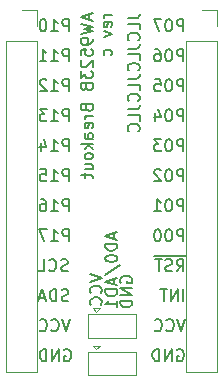
<source format=gbr>
%TF.GenerationSoftware,KiCad,Pcbnew,6.0.4+dfsg-1+b1*%
%TF.CreationDate,2022-04-28T11:11:36+08:00*%
%TF.ProjectId,gpioexp,6770696f-6578-4702-9e6b-696361645f70,c*%
%TF.SameCoordinates,Original*%
%TF.FileFunction,Legend,Bot*%
%TF.FilePolarity,Positive*%
%FSLAX46Y46*%
G04 Gerber Fmt 4.6, Leading zero omitted, Abs format (unit mm)*
G04 Created by KiCad (PCBNEW 6.0.4+dfsg-1+b1) date 2022-04-28 11:11:36*
%MOMM*%
%LPD*%
G01*
G04 APERTURE LIST*
%ADD10C,0.150000*%
%ADD11C,0.120000*%
G04 APERTURE END LIST*
D10*
X148299404Y-81732380D02*
X148299404Y-80732380D01*
X147918452Y-80732380D01*
X147823214Y-80780000D01*
X147775595Y-80827619D01*
X147727976Y-80922857D01*
X147727976Y-81065714D01*
X147775595Y-81160952D01*
X147823214Y-81208571D01*
X147918452Y-81256190D01*
X148299404Y-81256190D01*
X147108928Y-80732380D02*
X147013690Y-80732380D01*
X146918452Y-80780000D01*
X146870833Y-80827619D01*
X146823214Y-80922857D01*
X146775595Y-81113333D01*
X146775595Y-81351428D01*
X146823214Y-81541904D01*
X146870833Y-81637142D01*
X146918452Y-81684761D01*
X147013690Y-81732380D01*
X147108928Y-81732380D01*
X147204166Y-81684761D01*
X147251785Y-81637142D01*
X147299404Y-81541904D01*
X147347023Y-81351428D01*
X147347023Y-81113333D01*
X147299404Y-80922857D01*
X147251785Y-80827619D01*
X147204166Y-80780000D01*
X147108928Y-80732380D01*
X146442261Y-80732380D02*
X145775595Y-80732380D01*
X146204166Y-81732380D01*
X148299404Y-84272380D02*
X148299404Y-83272380D01*
X147918452Y-83272380D01*
X147823214Y-83320000D01*
X147775595Y-83367619D01*
X147727976Y-83462857D01*
X147727976Y-83605714D01*
X147775595Y-83700952D01*
X147823214Y-83748571D01*
X147918452Y-83796190D01*
X148299404Y-83796190D01*
X147108928Y-83272380D02*
X147013690Y-83272380D01*
X146918452Y-83320000D01*
X146870833Y-83367619D01*
X146823214Y-83462857D01*
X146775595Y-83653333D01*
X146775595Y-83891428D01*
X146823214Y-84081904D01*
X146870833Y-84177142D01*
X146918452Y-84224761D01*
X147013690Y-84272380D01*
X147108928Y-84272380D01*
X147204166Y-84224761D01*
X147251785Y-84177142D01*
X147299404Y-84081904D01*
X147347023Y-83891428D01*
X147347023Y-83653333D01*
X147299404Y-83462857D01*
X147251785Y-83367619D01*
X147204166Y-83320000D01*
X147108928Y-83272380D01*
X145918452Y-83272380D02*
X146108928Y-83272380D01*
X146204166Y-83320000D01*
X146251785Y-83367619D01*
X146347023Y-83510476D01*
X146394642Y-83700952D01*
X146394642Y-84081904D01*
X146347023Y-84177142D01*
X146299404Y-84224761D01*
X146204166Y-84272380D01*
X146013690Y-84272380D01*
X145918452Y-84224761D01*
X145870833Y-84177142D01*
X145823214Y-84081904D01*
X145823214Y-83843809D01*
X145870833Y-83748571D01*
X145918452Y-83700952D01*
X146013690Y-83653333D01*
X146204166Y-83653333D01*
X146299404Y-83700952D01*
X146347023Y-83748571D01*
X146394642Y-83843809D01*
X148299404Y-86812380D02*
X148299404Y-85812380D01*
X147918452Y-85812380D01*
X147823214Y-85860000D01*
X147775595Y-85907619D01*
X147727976Y-86002857D01*
X147727976Y-86145714D01*
X147775595Y-86240952D01*
X147823214Y-86288571D01*
X147918452Y-86336190D01*
X148299404Y-86336190D01*
X147108928Y-85812380D02*
X147013690Y-85812380D01*
X146918452Y-85860000D01*
X146870833Y-85907619D01*
X146823214Y-86002857D01*
X146775595Y-86193333D01*
X146775595Y-86431428D01*
X146823214Y-86621904D01*
X146870833Y-86717142D01*
X146918452Y-86764761D01*
X147013690Y-86812380D01*
X147108928Y-86812380D01*
X147204166Y-86764761D01*
X147251785Y-86717142D01*
X147299404Y-86621904D01*
X147347023Y-86431428D01*
X147347023Y-86193333D01*
X147299404Y-86002857D01*
X147251785Y-85907619D01*
X147204166Y-85860000D01*
X147108928Y-85812380D01*
X145870833Y-85812380D02*
X146347023Y-85812380D01*
X146394642Y-86288571D01*
X146347023Y-86240952D01*
X146251785Y-86193333D01*
X146013690Y-86193333D01*
X145918452Y-86240952D01*
X145870833Y-86288571D01*
X145823214Y-86383809D01*
X145823214Y-86621904D01*
X145870833Y-86717142D01*
X145918452Y-86764761D01*
X146013690Y-86812380D01*
X146251785Y-86812380D01*
X146347023Y-86764761D01*
X146394642Y-86717142D01*
X148299404Y-89352380D02*
X148299404Y-88352380D01*
X147918452Y-88352380D01*
X147823214Y-88400000D01*
X147775595Y-88447619D01*
X147727976Y-88542857D01*
X147727976Y-88685714D01*
X147775595Y-88780952D01*
X147823214Y-88828571D01*
X147918452Y-88876190D01*
X148299404Y-88876190D01*
X147108928Y-88352380D02*
X147013690Y-88352380D01*
X146918452Y-88400000D01*
X146870833Y-88447619D01*
X146823214Y-88542857D01*
X146775595Y-88733333D01*
X146775595Y-88971428D01*
X146823214Y-89161904D01*
X146870833Y-89257142D01*
X146918452Y-89304761D01*
X147013690Y-89352380D01*
X147108928Y-89352380D01*
X147204166Y-89304761D01*
X147251785Y-89257142D01*
X147299404Y-89161904D01*
X147347023Y-88971428D01*
X147347023Y-88733333D01*
X147299404Y-88542857D01*
X147251785Y-88447619D01*
X147204166Y-88400000D01*
X147108928Y-88352380D01*
X145918452Y-88685714D02*
X145918452Y-89352380D01*
X146156547Y-88304761D02*
X146394642Y-89019047D01*
X145775595Y-89019047D01*
X148299404Y-91892380D02*
X148299404Y-90892380D01*
X147918452Y-90892380D01*
X147823214Y-90940000D01*
X147775595Y-90987619D01*
X147727976Y-91082857D01*
X147727976Y-91225714D01*
X147775595Y-91320952D01*
X147823214Y-91368571D01*
X147918452Y-91416190D01*
X148299404Y-91416190D01*
X147108928Y-90892380D02*
X147013690Y-90892380D01*
X146918452Y-90940000D01*
X146870833Y-90987619D01*
X146823214Y-91082857D01*
X146775595Y-91273333D01*
X146775595Y-91511428D01*
X146823214Y-91701904D01*
X146870833Y-91797142D01*
X146918452Y-91844761D01*
X147013690Y-91892380D01*
X147108928Y-91892380D01*
X147204166Y-91844761D01*
X147251785Y-91797142D01*
X147299404Y-91701904D01*
X147347023Y-91511428D01*
X147347023Y-91273333D01*
X147299404Y-91082857D01*
X147251785Y-90987619D01*
X147204166Y-90940000D01*
X147108928Y-90892380D01*
X146442261Y-90892380D02*
X145823214Y-90892380D01*
X146156547Y-91273333D01*
X146013690Y-91273333D01*
X145918452Y-91320952D01*
X145870833Y-91368571D01*
X145823214Y-91463809D01*
X145823214Y-91701904D01*
X145870833Y-91797142D01*
X145918452Y-91844761D01*
X146013690Y-91892380D01*
X146299404Y-91892380D01*
X146394642Y-91844761D01*
X146442261Y-91797142D01*
X148299404Y-94432380D02*
X148299404Y-93432380D01*
X147918452Y-93432380D01*
X147823214Y-93480000D01*
X147775595Y-93527619D01*
X147727976Y-93622857D01*
X147727976Y-93765714D01*
X147775595Y-93860952D01*
X147823214Y-93908571D01*
X147918452Y-93956190D01*
X148299404Y-93956190D01*
X147108928Y-93432380D02*
X147013690Y-93432380D01*
X146918452Y-93480000D01*
X146870833Y-93527619D01*
X146823214Y-93622857D01*
X146775595Y-93813333D01*
X146775595Y-94051428D01*
X146823214Y-94241904D01*
X146870833Y-94337142D01*
X146918452Y-94384761D01*
X147013690Y-94432380D01*
X147108928Y-94432380D01*
X147204166Y-94384761D01*
X147251785Y-94337142D01*
X147299404Y-94241904D01*
X147347023Y-94051428D01*
X147347023Y-93813333D01*
X147299404Y-93622857D01*
X147251785Y-93527619D01*
X147204166Y-93480000D01*
X147108928Y-93432380D01*
X146394642Y-93527619D02*
X146347023Y-93480000D01*
X146251785Y-93432380D01*
X146013690Y-93432380D01*
X145918452Y-93480000D01*
X145870833Y-93527619D01*
X145823214Y-93622857D01*
X145823214Y-93718095D01*
X145870833Y-93860952D01*
X146442261Y-94432380D01*
X145823214Y-94432380D01*
X148299404Y-96972380D02*
X148299404Y-95972380D01*
X147918452Y-95972380D01*
X147823214Y-96020000D01*
X147775595Y-96067619D01*
X147727976Y-96162857D01*
X147727976Y-96305714D01*
X147775595Y-96400952D01*
X147823214Y-96448571D01*
X147918452Y-96496190D01*
X148299404Y-96496190D01*
X147108928Y-95972380D02*
X147013690Y-95972380D01*
X146918452Y-96020000D01*
X146870833Y-96067619D01*
X146823214Y-96162857D01*
X146775595Y-96353333D01*
X146775595Y-96591428D01*
X146823214Y-96781904D01*
X146870833Y-96877142D01*
X146918452Y-96924761D01*
X147013690Y-96972380D01*
X147108928Y-96972380D01*
X147204166Y-96924761D01*
X147251785Y-96877142D01*
X147299404Y-96781904D01*
X147347023Y-96591428D01*
X147347023Y-96353333D01*
X147299404Y-96162857D01*
X147251785Y-96067619D01*
X147204166Y-96020000D01*
X147108928Y-95972380D01*
X145823214Y-96972380D02*
X146394642Y-96972380D01*
X146108928Y-96972380D02*
X146108928Y-95972380D01*
X146204166Y-96115238D01*
X146299404Y-96210476D01*
X146394642Y-96258095D01*
X148299404Y-99512380D02*
X148299404Y-98512380D01*
X147918452Y-98512380D01*
X147823214Y-98560000D01*
X147775595Y-98607619D01*
X147727976Y-98702857D01*
X147727976Y-98845714D01*
X147775595Y-98940952D01*
X147823214Y-98988571D01*
X147918452Y-99036190D01*
X148299404Y-99036190D01*
X147108928Y-98512380D02*
X147013690Y-98512380D01*
X146918452Y-98560000D01*
X146870833Y-98607619D01*
X146823214Y-98702857D01*
X146775595Y-98893333D01*
X146775595Y-99131428D01*
X146823214Y-99321904D01*
X146870833Y-99417142D01*
X146918452Y-99464761D01*
X147013690Y-99512380D01*
X147108928Y-99512380D01*
X147204166Y-99464761D01*
X147251785Y-99417142D01*
X147299404Y-99321904D01*
X147347023Y-99131428D01*
X147347023Y-98893333D01*
X147299404Y-98702857D01*
X147251785Y-98607619D01*
X147204166Y-98560000D01*
X147108928Y-98512380D01*
X146156547Y-98512380D02*
X146061309Y-98512380D01*
X145966071Y-98560000D01*
X145918452Y-98607619D01*
X145870833Y-98702857D01*
X145823214Y-98893333D01*
X145823214Y-99131428D01*
X145870833Y-99321904D01*
X145918452Y-99417142D01*
X145966071Y-99464761D01*
X146061309Y-99512380D01*
X146156547Y-99512380D01*
X146251785Y-99464761D01*
X146299404Y-99417142D01*
X146347023Y-99321904D01*
X146394642Y-99131428D01*
X146394642Y-98893333D01*
X146347023Y-98702857D01*
X146299404Y-98607619D01*
X146251785Y-98560000D01*
X146156547Y-98512380D01*
X148537499Y-100770000D02*
X147537499Y-100770000D01*
X147727975Y-102052380D02*
X148061309Y-101576190D01*
X148299404Y-102052380D02*
X148299404Y-101052380D01*
X147918452Y-101052380D01*
X147823214Y-101100000D01*
X147775594Y-101147619D01*
X147727975Y-101242857D01*
X147727975Y-101385714D01*
X147775594Y-101480952D01*
X147823214Y-101528571D01*
X147918452Y-101576190D01*
X148299404Y-101576190D01*
X147537499Y-100770000D02*
X146585118Y-100770000D01*
X147347023Y-102004761D02*
X147204166Y-102052380D01*
X146966071Y-102052380D01*
X146870833Y-102004761D01*
X146823214Y-101957142D01*
X146775594Y-101861904D01*
X146775594Y-101766666D01*
X146823214Y-101671428D01*
X146870833Y-101623809D01*
X146966071Y-101576190D01*
X147156547Y-101528571D01*
X147251785Y-101480952D01*
X147299404Y-101433333D01*
X147347023Y-101338095D01*
X147347023Y-101242857D01*
X147299404Y-101147619D01*
X147251785Y-101100000D01*
X147156547Y-101052380D01*
X146918452Y-101052380D01*
X146775594Y-101100000D01*
X146585118Y-100770000D02*
X145823214Y-100770000D01*
X146489880Y-101052380D02*
X145918452Y-101052380D01*
X146204166Y-102052380D02*
X146204166Y-101052380D01*
X148299405Y-104592380D02*
X148299405Y-103592380D01*
X147823214Y-104592380D02*
X147823214Y-103592380D01*
X147251786Y-104592380D01*
X147251786Y-103592380D01*
X146918452Y-103592380D02*
X146347024Y-103592380D01*
X146632738Y-104592380D02*
X146632738Y-103592380D01*
X148442261Y-106132380D02*
X148108928Y-107132380D01*
X147775595Y-106132380D01*
X146870833Y-107037142D02*
X146918452Y-107084761D01*
X147061309Y-107132380D01*
X147156547Y-107132380D01*
X147299404Y-107084761D01*
X147394642Y-106989523D01*
X147442261Y-106894285D01*
X147489880Y-106703809D01*
X147489880Y-106560952D01*
X147442261Y-106370476D01*
X147394642Y-106275238D01*
X147299404Y-106180000D01*
X147156547Y-106132380D01*
X147061309Y-106132380D01*
X146918452Y-106180000D01*
X146870833Y-106227619D01*
X145870833Y-107037142D02*
X145918452Y-107084761D01*
X146061309Y-107132380D01*
X146156547Y-107132380D01*
X146299404Y-107084761D01*
X146394642Y-106989523D01*
X146442261Y-106894285D01*
X146489880Y-106703809D01*
X146489880Y-106560952D01*
X146442261Y-106370476D01*
X146394642Y-106275238D01*
X146299404Y-106180000D01*
X146156547Y-106132380D01*
X146061309Y-106132380D01*
X145918452Y-106180000D01*
X145870833Y-106227619D01*
X147775595Y-108720000D02*
X147870833Y-108672380D01*
X148013690Y-108672380D01*
X148156547Y-108720000D01*
X148251785Y-108815238D01*
X148299404Y-108910476D01*
X148347023Y-109100952D01*
X148347023Y-109243809D01*
X148299404Y-109434285D01*
X148251785Y-109529523D01*
X148156547Y-109624761D01*
X148013690Y-109672380D01*
X147918452Y-109672380D01*
X147775595Y-109624761D01*
X147727976Y-109577142D01*
X147727976Y-109243809D01*
X147918452Y-109243809D01*
X147299404Y-109672380D02*
X147299404Y-108672380D01*
X146727976Y-109672380D01*
X146727976Y-108672380D01*
X146251785Y-109672380D02*
X146251785Y-108672380D01*
X146013690Y-108672380D01*
X145870833Y-108720000D01*
X145775595Y-108815238D01*
X145727976Y-108910476D01*
X145680357Y-109100952D01*
X145680357Y-109243809D01*
X145727976Y-109434285D01*
X145775595Y-109529523D01*
X145870833Y-109624761D01*
X146013690Y-109672380D01*
X146251785Y-109672380D01*
X138228214Y-108720000D02*
X138323452Y-108672380D01*
X138466309Y-108672380D01*
X138609166Y-108720000D01*
X138704404Y-108815238D01*
X138752023Y-108910476D01*
X138799642Y-109100952D01*
X138799642Y-109243809D01*
X138752023Y-109434285D01*
X138704404Y-109529523D01*
X138609166Y-109624761D01*
X138466309Y-109672380D01*
X138371071Y-109672380D01*
X138228214Y-109624761D01*
X138180595Y-109577142D01*
X138180595Y-109243809D01*
X138371071Y-109243809D01*
X137752023Y-109672380D02*
X137752023Y-108672380D01*
X137180595Y-109672380D01*
X137180595Y-108672380D01*
X136704404Y-109672380D02*
X136704404Y-108672380D01*
X136466309Y-108672380D01*
X136323452Y-108720000D01*
X136228214Y-108815238D01*
X136180595Y-108910476D01*
X136132976Y-109100952D01*
X136132976Y-109243809D01*
X136180595Y-109434285D01*
X136228214Y-109529523D01*
X136323452Y-109624761D01*
X136466309Y-109672380D01*
X136704404Y-109672380D01*
X138704404Y-106132380D02*
X138371071Y-107132380D01*
X138037738Y-106132380D01*
X137132976Y-107037142D02*
X137180595Y-107084761D01*
X137323452Y-107132380D01*
X137418690Y-107132380D01*
X137561547Y-107084761D01*
X137656785Y-106989523D01*
X137704404Y-106894285D01*
X137752023Y-106703809D01*
X137752023Y-106560952D01*
X137704404Y-106370476D01*
X137656785Y-106275238D01*
X137561547Y-106180000D01*
X137418690Y-106132380D01*
X137323452Y-106132380D01*
X137180595Y-106180000D01*
X137132976Y-106227619D01*
X136132976Y-107037142D02*
X136180595Y-107084761D01*
X136323452Y-107132380D01*
X136418690Y-107132380D01*
X136561547Y-107084761D01*
X136656785Y-106989523D01*
X136704404Y-106894285D01*
X136752023Y-106703809D01*
X136752023Y-106560952D01*
X136704404Y-106370476D01*
X136656785Y-106275238D01*
X136561547Y-106180000D01*
X136418690Y-106132380D01*
X136323452Y-106132380D01*
X136180595Y-106180000D01*
X136132976Y-106227619D01*
X138561547Y-104544761D02*
X138418690Y-104592380D01*
X138180595Y-104592380D01*
X138085357Y-104544761D01*
X138037738Y-104497142D01*
X137990119Y-104401904D01*
X137990119Y-104306666D01*
X138037738Y-104211428D01*
X138085357Y-104163809D01*
X138180595Y-104116190D01*
X138371071Y-104068571D01*
X138466309Y-104020952D01*
X138513928Y-103973333D01*
X138561547Y-103878095D01*
X138561547Y-103782857D01*
X138513928Y-103687619D01*
X138466309Y-103640000D01*
X138371071Y-103592380D01*
X138132976Y-103592380D01*
X137990119Y-103640000D01*
X137561547Y-104592380D02*
X137561547Y-103592380D01*
X137323452Y-103592380D01*
X137180595Y-103640000D01*
X137085357Y-103735238D01*
X137037738Y-103830476D01*
X136990119Y-104020952D01*
X136990119Y-104163809D01*
X137037738Y-104354285D01*
X137085357Y-104449523D01*
X137180595Y-104544761D01*
X137323452Y-104592380D01*
X137561547Y-104592380D01*
X136609166Y-104306666D02*
X136132976Y-104306666D01*
X136704404Y-104592380D02*
X136371071Y-103592380D01*
X136037738Y-104592380D01*
X138513928Y-102004761D02*
X138371071Y-102052380D01*
X138132976Y-102052380D01*
X138037738Y-102004761D01*
X137990119Y-101957142D01*
X137942500Y-101861904D01*
X137942500Y-101766666D01*
X137990119Y-101671428D01*
X138037738Y-101623809D01*
X138132976Y-101576190D01*
X138323452Y-101528571D01*
X138418690Y-101480952D01*
X138466309Y-101433333D01*
X138513928Y-101338095D01*
X138513928Y-101242857D01*
X138466309Y-101147619D01*
X138418690Y-101100000D01*
X138323452Y-101052380D01*
X138085357Y-101052380D01*
X137942500Y-101100000D01*
X136942500Y-101957142D02*
X136990119Y-102004761D01*
X137132976Y-102052380D01*
X137228214Y-102052380D01*
X137371071Y-102004761D01*
X137466309Y-101909523D01*
X137513928Y-101814285D01*
X137561547Y-101623809D01*
X137561547Y-101480952D01*
X137513928Y-101290476D01*
X137466309Y-101195238D01*
X137371071Y-101100000D01*
X137228214Y-101052380D01*
X137132976Y-101052380D01*
X136990119Y-101100000D01*
X136942500Y-101147619D01*
X136037738Y-102052380D02*
X136513928Y-102052380D01*
X136513928Y-101052380D01*
X138609166Y-99512380D02*
X138609166Y-98512380D01*
X138228214Y-98512380D01*
X138132976Y-98560000D01*
X138085357Y-98607619D01*
X138037738Y-98702857D01*
X138037738Y-98845714D01*
X138085357Y-98940952D01*
X138132976Y-98988571D01*
X138228214Y-99036190D01*
X138609166Y-99036190D01*
X137085357Y-99512380D02*
X137656785Y-99512380D01*
X137371071Y-99512380D02*
X137371071Y-98512380D01*
X137466309Y-98655238D01*
X137561547Y-98750476D01*
X137656785Y-98798095D01*
X136752023Y-98512380D02*
X136085357Y-98512380D01*
X136513928Y-99512380D01*
X138609166Y-96972380D02*
X138609166Y-95972380D01*
X138228214Y-95972380D01*
X138132976Y-96020000D01*
X138085357Y-96067619D01*
X138037738Y-96162857D01*
X138037738Y-96305714D01*
X138085357Y-96400952D01*
X138132976Y-96448571D01*
X138228214Y-96496190D01*
X138609166Y-96496190D01*
X137085357Y-96972380D02*
X137656785Y-96972380D01*
X137371071Y-96972380D02*
X137371071Y-95972380D01*
X137466309Y-96115238D01*
X137561547Y-96210476D01*
X137656785Y-96258095D01*
X136228214Y-95972380D02*
X136418690Y-95972380D01*
X136513928Y-96020000D01*
X136561547Y-96067619D01*
X136656785Y-96210476D01*
X136704404Y-96400952D01*
X136704404Y-96781904D01*
X136656785Y-96877142D01*
X136609166Y-96924761D01*
X136513928Y-96972380D01*
X136323452Y-96972380D01*
X136228214Y-96924761D01*
X136180595Y-96877142D01*
X136132976Y-96781904D01*
X136132976Y-96543809D01*
X136180595Y-96448571D01*
X136228214Y-96400952D01*
X136323452Y-96353333D01*
X136513928Y-96353333D01*
X136609166Y-96400952D01*
X136656785Y-96448571D01*
X136704404Y-96543809D01*
X138609166Y-94432380D02*
X138609166Y-93432380D01*
X138228214Y-93432380D01*
X138132976Y-93480000D01*
X138085357Y-93527619D01*
X138037738Y-93622857D01*
X138037738Y-93765714D01*
X138085357Y-93860952D01*
X138132976Y-93908571D01*
X138228214Y-93956190D01*
X138609166Y-93956190D01*
X137085357Y-94432380D02*
X137656785Y-94432380D01*
X137371071Y-94432380D02*
X137371071Y-93432380D01*
X137466309Y-93575238D01*
X137561547Y-93670476D01*
X137656785Y-93718095D01*
X136180595Y-93432380D02*
X136656785Y-93432380D01*
X136704404Y-93908571D01*
X136656785Y-93860952D01*
X136561547Y-93813333D01*
X136323452Y-93813333D01*
X136228214Y-93860952D01*
X136180595Y-93908571D01*
X136132976Y-94003809D01*
X136132976Y-94241904D01*
X136180595Y-94337142D01*
X136228214Y-94384761D01*
X136323452Y-94432380D01*
X136561547Y-94432380D01*
X136656785Y-94384761D01*
X136704404Y-94337142D01*
X138609166Y-91892380D02*
X138609166Y-90892380D01*
X138228214Y-90892380D01*
X138132976Y-90940000D01*
X138085357Y-90987619D01*
X138037738Y-91082857D01*
X138037738Y-91225714D01*
X138085357Y-91320952D01*
X138132976Y-91368571D01*
X138228214Y-91416190D01*
X138609166Y-91416190D01*
X137085357Y-91892380D02*
X137656785Y-91892380D01*
X137371071Y-91892380D02*
X137371071Y-90892380D01*
X137466309Y-91035238D01*
X137561547Y-91130476D01*
X137656785Y-91178095D01*
X136228214Y-91225714D02*
X136228214Y-91892380D01*
X136466309Y-90844761D02*
X136704404Y-91559047D01*
X136085357Y-91559047D01*
X138609166Y-89352380D02*
X138609166Y-88352380D01*
X138228214Y-88352380D01*
X138132976Y-88400000D01*
X138085357Y-88447619D01*
X138037738Y-88542857D01*
X138037738Y-88685714D01*
X138085357Y-88780952D01*
X138132976Y-88828571D01*
X138228214Y-88876190D01*
X138609166Y-88876190D01*
X137085357Y-89352380D02*
X137656785Y-89352380D01*
X137371071Y-89352380D02*
X137371071Y-88352380D01*
X137466309Y-88495238D01*
X137561547Y-88590476D01*
X137656785Y-88638095D01*
X136752023Y-88352380D02*
X136132976Y-88352380D01*
X136466309Y-88733333D01*
X136323452Y-88733333D01*
X136228214Y-88780952D01*
X136180595Y-88828571D01*
X136132976Y-88923809D01*
X136132976Y-89161904D01*
X136180595Y-89257142D01*
X136228214Y-89304761D01*
X136323452Y-89352380D01*
X136609166Y-89352380D01*
X136704404Y-89304761D01*
X136752023Y-89257142D01*
X138609166Y-86812380D02*
X138609166Y-85812380D01*
X138228214Y-85812380D01*
X138132976Y-85860000D01*
X138085357Y-85907619D01*
X138037738Y-86002857D01*
X138037738Y-86145714D01*
X138085357Y-86240952D01*
X138132976Y-86288571D01*
X138228214Y-86336190D01*
X138609166Y-86336190D01*
X137085357Y-86812380D02*
X137656785Y-86812380D01*
X137371071Y-86812380D02*
X137371071Y-85812380D01*
X137466309Y-85955238D01*
X137561547Y-86050476D01*
X137656785Y-86098095D01*
X136704404Y-85907619D02*
X136656785Y-85860000D01*
X136561547Y-85812380D01*
X136323452Y-85812380D01*
X136228214Y-85860000D01*
X136180595Y-85907619D01*
X136132976Y-86002857D01*
X136132976Y-86098095D01*
X136180595Y-86240952D01*
X136752023Y-86812380D01*
X136132976Y-86812380D01*
X138609166Y-84272380D02*
X138609166Y-83272380D01*
X138228214Y-83272380D01*
X138132976Y-83320000D01*
X138085357Y-83367619D01*
X138037738Y-83462857D01*
X138037738Y-83605714D01*
X138085357Y-83700952D01*
X138132976Y-83748571D01*
X138228214Y-83796190D01*
X138609166Y-83796190D01*
X137085357Y-84272380D02*
X137656785Y-84272380D01*
X137371071Y-84272380D02*
X137371071Y-83272380D01*
X137466309Y-83415238D01*
X137561547Y-83510476D01*
X137656785Y-83558095D01*
X136132976Y-84272380D02*
X136704404Y-84272380D01*
X136418690Y-84272380D02*
X136418690Y-83272380D01*
X136513928Y-83415238D01*
X136609166Y-83510476D01*
X136704404Y-83558095D01*
X138609166Y-81732380D02*
X138609166Y-80732380D01*
X138228214Y-80732380D01*
X138132976Y-80780000D01*
X138085357Y-80827619D01*
X138037738Y-80922857D01*
X138037738Y-81065714D01*
X138085357Y-81160952D01*
X138132976Y-81208571D01*
X138228214Y-81256190D01*
X138609166Y-81256190D01*
X137085357Y-81732380D02*
X137656785Y-81732380D01*
X137371071Y-81732380D02*
X137371071Y-80732380D01*
X137466309Y-80875238D01*
X137561547Y-80970476D01*
X137656785Y-81018095D01*
X136466309Y-80732380D02*
X136371071Y-80732380D01*
X136275833Y-80780000D01*
X136228214Y-80827619D01*
X136180595Y-80922857D01*
X136132976Y-81113333D01*
X136132976Y-81351428D01*
X136180595Y-81541904D01*
X136228214Y-81637142D01*
X136275833Y-81684761D01*
X136371071Y-81732380D01*
X136466309Y-81732380D01*
X136561547Y-81684761D01*
X136609166Y-81637142D01*
X136656785Y-81541904D01*
X136704404Y-81351428D01*
X136704404Y-81113333D01*
X136656785Y-80922857D01*
X136609166Y-80827619D01*
X136561547Y-80780000D01*
X136466309Y-80732380D01*
X143597380Y-80631309D02*
X144311666Y-80631309D01*
X144454523Y-80583690D01*
X144549761Y-80488452D01*
X144597380Y-80345595D01*
X144597380Y-80250357D01*
X144597380Y-81583690D02*
X144597380Y-81107500D01*
X143597380Y-81107500D01*
X144502142Y-82488452D02*
X144549761Y-82440833D01*
X144597380Y-82297976D01*
X144597380Y-82202738D01*
X144549761Y-82059880D01*
X144454523Y-81964642D01*
X144359285Y-81917023D01*
X144168809Y-81869404D01*
X144025952Y-81869404D01*
X143835476Y-81917023D01*
X143740238Y-81964642D01*
X143645000Y-82059880D01*
X143597380Y-82202738D01*
X143597380Y-82297976D01*
X143645000Y-82440833D01*
X143692619Y-82488452D01*
X143597380Y-83202738D02*
X144311666Y-83202738D01*
X144454523Y-83155119D01*
X144549761Y-83059880D01*
X144597380Y-82917023D01*
X144597380Y-82821785D01*
X144597380Y-84155119D02*
X144597380Y-83678928D01*
X143597380Y-83678928D01*
X144502142Y-85059880D02*
X144549761Y-85012261D01*
X144597380Y-84869404D01*
X144597380Y-84774166D01*
X144549761Y-84631309D01*
X144454523Y-84536071D01*
X144359285Y-84488452D01*
X144168809Y-84440833D01*
X144025952Y-84440833D01*
X143835476Y-84488452D01*
X143740238Y-84536071D01*
X143645000Y-84631309D01*
X143597380Y-84774166D01*
X143597380Y-84869404D01*
X143645000Y-85012261D01*
X143692619Y-85059880D01*
X143597380Y-85774166D02*
X144311666Y-85774166D01*
X144454523Y-85726547D01*
X144549761Y-85631309D01*
X144597380Y-85488452D01*
X144597380Y-85393214D01*
X144597380Y-86726547D02*
X144597380Y-86250357D01*
X143597380Y-86250357D01*
X144502142Y-87631309D02*
X144549761Y-87583690D01*
X144597380Y-87440833D01*
X144597380Y-87345595D01*
X144549761Y-87202738D01*
X144454523Y-87107500D01*
X144359285Y-87059880D01*
X144168809Y-87012261D01*
X144025952Y-87012261D01*
X143835476Y-87059880D01*
X143740238Y-87107500D01*
X143645000Y-87202738D01*
X143597380Y-87345595D01*
X143597380Y-87440833D01*
X143645000Y-87583690D01*
X143692619Y-87631309D01*
X143597380Y-88345595D02*
X144311666Y-88345595D01*
X144454523Y-88297976D01*
X144549761Y-88202738D01*
X144597380Y-88059880D01*
X144597380Y-87964642D01*
X144597380Y-89297976D02*
X144597380Y-88821785D01*
X143597380Y-88821785D01*
X144502142Y-90202738D02*
X144549761Y-90155119D01*
X144597380Y-90012261D01*
X144597380Y-89917023D01*
X144549761Y-89774166D01*
X144454523Y-89678928D01*
X144359285Y-89631309D01*
X144168809Y-89583690D01*
X144025952Y-89583690D01*
X143835476Y-89631309D01*
X143740238Y-89678928D01*
X143645000Y-89774166D01*
X143597380Y-89917023D01*
X143597380Y-90012261D01*
X143645000Y-90155119D01*
X143692619Y-90202738D01*
X142406666Y-98836309D02*
X142406666Y-99312500D01*
X142692380Y-98741071D02*
X141692380Y-99074404D01*
X142692380Y-99407738D01*
X142692380Y-99741071D02*
X141692380Y-99741071D01*
X141692380Y-99979166D01*
X141740000Y-100122023D01*
X141835238Y-100217261D01*
X141930476Y-100264880D01*
X142120952Y-100312500D01*
X142263809Y-100312500D01*
X142454285Y-100264880D01*
X142549523Y-100217261D01*
X142644761Y-100122023D01*
X142692380Y-99979166D01*
X142692380Y-99741071D01*
X141692380Y-100931547D02*
X141692380Y-101026785D01*
X141740000Y-101122023D01*
X141787619Y-101169642D01*
X141882857Y-101217261D01*
X142073333Y-101264880D01*
X142311428Y-101264880D01*
X142501904Y-101217261D01*
X142597142Y-101169642D01*
X142644761Y-101122023D01*
X142692380Y-101026785D01*
X142692380Y-100931547D01*
X142644761Y-100836309D01*
X142597142Y-100788690D01*
X142501904Y-100741071D01*
X142311428Y-100693452D01*
X142073333Y-100693452D01*
X141882857Y-100741071D01*
X141787619Y-100788690D01*
X141740000Y-100836309D01*
X141692380Y-100931547D01*
X141644761Y-102407738D02*
X142930476Y-101550595D01*
X142406666Y-102693452D02*
X142406666Y-103169642D01*
X142692380Y-102598214D02*
X141692380Y-102931547D01*
X142692380Y-103264880D01*
X142692380Y-103598214D02*
X141692380Y-103598214D01*
X141692380Y-103836309D01*
X141740000Y-103979166D01*
X141835238Y-104074404D01*
X141930476Y-104122023D01*
X142120952Y-104169642D01*
X142263809Y-104169642D01*
X142454285Y-104122023D01*
X142549523Y-104074404D01*
X142644761Y-103979166D01*
X142692380Y-103836309D01*
X142692380Y-103598214D01*
X142692380Y-105122023D02*
X142692380Y-104550595D01*
X142692380Y-104836309D02*
X141692380Y-104836309D01*
X141835238Y-104741071D01*
X141930476Y-104645833D01*
X141978095Y-104550595D01*
X140392380Y-102320595D02*
X141392380Y-102653928D01*
X140392380Y-102987261D01*
X141297142Y-103892023D02*
X141344761Y-103844404D01*
X141392380Y-103701547D01*
X141392380Y-103606309D01*
X141344761Y-103463452D01*
X141249523Y-103368214D01*
X141154285Y-103320595D01*
X140963809Y-103272976D01*
X140820952Y-103272976D01*
X140630476Y-103320595D01*
X140535238Y-103368214D01*
X140440000Y-103463452D01*
X140392380Y-103606309D01*
X140392380Y-103701547D01*
X140440000Y-103844404D01*
X140487619Y-103892023D01*
X141297142Y-104892023D02*
X141344761Y-104844404D01*
X141392380Y-104701547D01*
X141392380Y-104606309D01*
X141344761Y-104463452D01*
X141249523Y-104368214D01*
X141154285Y-104320595D01*
X140963809Y-104272976D01*
X140820952Y-104272976D01*
X140630476Y-104320595D01*
X140535238Y-104368214D01*
X140440000Y-104463452D01*
X140392380Y-104606309D01*
X140392380Y-104701547D01*
X140440000Y-104844404D01*
X140487619Y-104892023D01*
X140331666Y-80297976D02*
X140331666Y-80774166D01*
X140617380Y-80202738D02*
X139617380Y-80536071D01*
X140617380Y-80869404D01*
X139617380Y-81107500D02*
X140617380Y-81345595D01*
X139903095Y-81536071D01*
X140617380Y-81726547D01*
X139617380Y-81964642D01*
X140617380Y-82393214D02*
X140617380Y-82583690D01*
X140569761Y-82678928D01*
X140522142Y-82726547D01*
X140379285Y-82821785D01*
X140188809Y-82869404D01*
X139807857Y-82869404D01*
X139712619Y-82821785D01*
X139665000Y-82774166D01*
X139617380Y-82678928D01*
X139617380Y-82488452D01*
X139665000Y-82393214D01*
X139712619Y-82345595D01*
X139807857Y-82297976D01*
X140045952Y-82297976D01*
X140141190Y-82345595D01*
X140188809Y-82393214D01*
X140236428Y-82488452D01*
X140236428Y-82678928D01*
X140188809Y-82774166D01*
X140141190Y-82821785D01*
X140045952Y-82869404D01*
X139617380Y-83774166D02*
X139617380Y-83297976D01*
X140093571Y-83250357D01*
X140045952Y-83297976D01*
X139998333Y-83393214D01*
X139998333Y-83631309D01*
X140045952Y-83726547D01*
X140093571Y-83774166D01*
X140188809Y-83821785D01*
X140426904Y-83821785D01*
X140522142Y-83774166D01*
X140569761Y-83726547D01*
X140617380Y-83631309D01*
X140617380Y-83393214D01*
X140569761Y-83297976D01*
X140522142Y-83250357D01*
X139712619Y-84202738D02*
X139665000Y-84250357D01*
X139617380Y-84345595D01*
X139617380Y-84583690D01*
X139665000Y-84678928D01*
X139712619Y-84726547D01*
X139807857Y-84774166D01*
X139903095Y-84774166D01*
X140045952Y-84726547D01*
X140617380Y-84155119D01*
X140617380Y-84774166D01*
X139617380Y-85107500D02*
X139617380Y-85726547D01*
X139998333Y-85393214D01*
X139998333Y-85536071D01*
X140045952Y-85631309D01*
X140093571Y-85678928D01*
X140188809Y-85726547D01*
X140426904Y-85726547D01*
X140522142Y-85678928D01*
X140569761Y-85631309D01*
X140617380Y-85536071D01*
X140617380Y-85250357D01*
X140569761Y-85155119D01*
X140522142Y-85107500D01*
X140093571Y-86488452D02*
X140141190Y-86631309D01*
X140188809Y-86678928D01*
X140284047Y-86726547D01*
X140426904Y-86726547D01*
X140522142Y-86678928D01*
X140569761Y-86631309D01*
X140617380Y-86536071D01*
X140617380Y-86155119D01*
X139617380Y-86155119D01*
X139617380Y-86488452D01*
X139665000Y-86583690D01*
X139712619Y-86631309D01*
X139807857Y-86678928D01*
X139903095Y-86678928D01*
X139998333Y-86631309D01*
X140045952Y-86583690D01*
X140093571Y-86488452D01*
X140093571Y-86155119D01*
X140093571Y-88250357D02*
X140141190Y-88393214D01*
X140188809Y-88440833D01*
X140284047Y-88488452D01*
X140426904Y-88488452D01*
X140522142Y-88440833D01*
X140569761Y-88393214D01*
X140617380Y-88297976D01*
X140617380Y-87917023D01*
X139617380Y-87917023D01*
X139617380Y-88250357D01*
X139665000Y-88345595D01*
X139712619Y-88393214D01*
X139807857Y-88440833D01*
X139903095Y-88440833D01*
X139998333Y-88393214D01*
X140045952Y-88345595D01*
X140093571Y-88250357D01*
X140093571Y-87917023D01*
X140617380Y-88917023D02*
X139950714Y-88917023D01*
X140141190Y-88917023D02*
X140045952Y-88964642D01*
X139998333Y-89012261D01*
X139950714Y-89107500D01*
X139950714Y-89202738D01*
X140569761Y-89917023D02*
X140617380Y-89821785D01*
X140617380Y-89631309D01*
X140569761Y-89536071D01*
X140474523Y-89488452D01*
X140093571Y-89488452D01*
X139998333Y-89536071D01*
X139950714Y-89631309D01*
X139950714Y-89821785D01*
X139998333Y-89917023D01*
X140093571Y-89964642D01*
X140188809Y-89964642D01*
X140284047Y-89488452D01*
X140617380Y-90821785D02*
X140093571Y-90821785D01*
X139998333Y-90774166D01*
X139950714Y-90678928D01*
X139950714Y-90488452D01*
X139998333Y-90393214D01*
X140569761Y-90821785D02*
X140617380Y-90726547D01*
X140617380Y-90488452D01*
X140569761Y-90393214D01*
X140474523Y-90345595D01*
X140379285Y-90345595D01*
X140284047Y-90393214D01*
X140236428Y-90488452D01*
X140236428Y-90726547D01*
X140188809Y-90821785D01*
X140617380Y-91297976D02*
X139617380Y-91297976D01*
X140236428Y-91393214D02*
X140617380Y-91678928D01*
X139950714Y-91678928D02*
X140331666Y-91297976D01*
X140617380Y-92250357D02*
X140569761Y-92155119D01*
X140522142Y-92107500D01*
X140426904Y-92059880D01*
X140141190Y-92059880D01*
X140045952Y-92107500D01*
X139998333Y-92155119D01*
X139950714Y-92250357D01*
X139950714Y-92393214D01*
X139998333Y-92488452D01*
X140045952Y-92536071D01*
X140141190Y-92583690D01*
X140426904Y-92583690D01*
X140522142Y-92536071D01*
X140569761Y-92488452D01*
X140617380Y-92393214D01*
X140617380Y-92250357D01*
X139950714Y-93440833D02*
X140617380Y-93440833D01*
X139950714Y-93012261D02*
X140474523Y-93012261D01*
X140569761Y-93059880D01*
X140617380Y-93155119D01*
X140617380Y-93297976D01*
X140569761Y-93393214D01*
X140522142Y-93440833D01*
X139950714Y-93774166D02*
X139950714Y-94155119D01*
X139617380Y-93917023D02*
X140474523Y-93917023D01*
X140569761Y-93964642D01*
X140617380Y-94059880D01*
X140617380Y-94155119D01*
X142227380Y-80345595D02*
X141560714Y-80345595D01*
X141751190Y-80345595D02*
X141655952Y-80393214D01*
X141608333Y-80440833D01*
X141560714Y-80536071D01*
X141560714Y-80631309D01*
X142179761Y-81345595D02*
X142227380Y-81250357D01*
X142227380Y-81059880D01*
X142179761Y-80964642D01*
X142084523Y-80917023D01*
X141703571Y-80917023D01*
X141608333Y-80964642D01*
X141560714Y-81059880D01*
X141560714Y-81250357D01*
X141608333Y-81345595D01*
X141703571Y-81393214D01*
X141798809Y-81393214D01*
X141894047Y-80917023D01*
X141560714Y-81726547D02*
X142227380Y-81964642D01*
X141560714Y-82202738D01*
X142179761Y-83774166D02*
X142227380Y-83678928D01*
X142227380Y-83488452D01*
X142179761Y-83393214D01*
X142132142Y-83345595D01*
X142036904Y-83297976D01*
X141751190Y-83297976D01*
X141655952Y-83345595D01*
X141608333Y-83393214D01*
X141560714Y-83488452D01*
X141560714Y-83678928D01*
X141608333Y-83774166D01*
X143010000Y-103026785D02*
X142962380Y-102931547D01*
X142962380Y-102788690D01*
X143010000Y-102645833D01*
X143105238Y-102550595D01*
X143200476Y-102502976D01*
X143390952Y-102455357D01*
X143533809Y-102455357D01*
X143724285Y-102502976D01*
X143819523Y-102550595D01*
X143914761Y-102645833D01*
X143962380Y-102788690D01*
X143962380Y-102883928D01*
X143914761Y-103026785D01*
X143867142Y-103074404D01*
X143533809Y-103074404D01*
X143533809Y-102883928D01*
X143962380Y-103502976D02*
X142962380Y-103502976D01*
X143962380Y-104074404D01*
X142962380Y-104074404D01*
X143962380Y-104550595D02*
X142962380Y-104550595D01*
X142962380Y-104788690D01*
X143010000Y-104931547D01*
X143105238Y-105026785D01*
X143200476Y-105074404D01*
X143390952Y-105122023D01*
X143533809Y-105122023D01*
X143724285Y-105074404D01*
X143819523Y-105026785D01*
X143914761Y-104931547D01*
X143962380Y-104788690D01*
X143962380Y-104550595D01*
D11*
%TO.C,J1*%
X135950000Y-79950000D02*
X134620000Y-79950000D01*
X135950000Y-81280000D02*
X135950000Y-79950000D01*
X133290000Y-82550000D02*
X133290000Y-110550000D01*
X135950000Y-110550000D02*
X133290000Y-110550000D01*
X135950000Y-82550000D02*
X133290000Y-82550000D01*
X135950000Y-82550000D02*
X135950000Y-110550000D01*
%TO.C,J2*%
X151190000Y-82550000D02*
X148530000Y-82550000D01*
X151190000Y-82550000D02*
X151190000Y-110550000D01*
X151190000Y-81280000D02*
X151190000Y-79950000D01*
X148530000Y-82550000D02*
X148530000Y-110550000D01*
X151190000Y-110550000D02*
X148530000Y-110550000D01*
X151190000Y-79950000D02*
X149860000Y-79950000D01*
%TO.C,JP1*%
X144290000Y-105680000D02*
X140190000Y-105680000D01*
X140190000Y-105680000D02*
X140190000Y-107680000D01*
X140190000Y-107680000D02*
X144290000Y-107680000D01*
X140640000Y-105180000D02*
X141240000Y-105180000D01*
X144290000Y-107680000D02*
X144290000Y-105680000D01*
X140940000Y-105480000D02*
X140640000Y-105180000D01*
X140940000Y-105480000D02*
X141240000Y-105180000D01*
%TO.C,JP2*%
X144290000Y-110855000D02*
X144290000Y-108855000D01*
X140640000Y-108355000D02*
X141240000Y-108355000D01*
X140190000Y-108855000D02*
X140190000Y-110855000D01*
X140190000Y-110855000D02*
X144290000Y-110855000D01*
X140940000Y-108655000D02*
X141240000Y-108355000D01*
X144290000Y-108855000D02*
X140190000Y-108855000D01*
X140940000Y-108655000D02*
X140640000Y-108355000D01*
%TD*%
M02*

</source>
